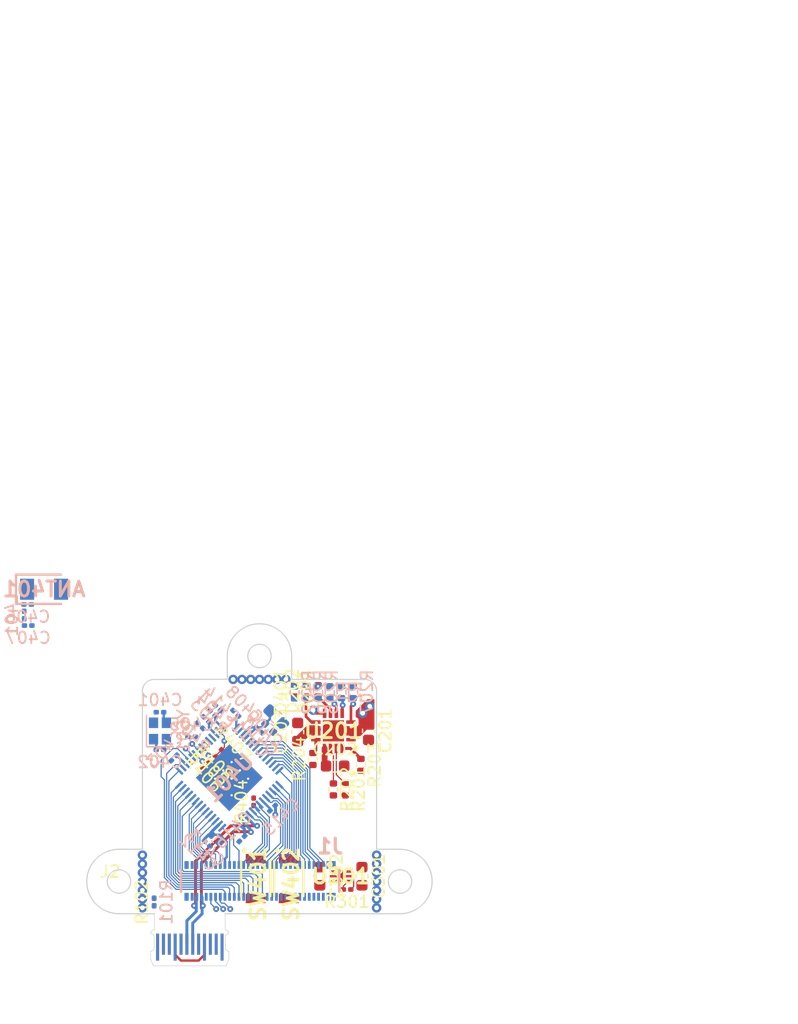
<source format=kicad_pcb>
(kicad_pcb (version 20221018) (generator pcbnew)
  (layers (0 "F.Cu" signal) (1 "In1.Cu" power) (2 "In2.Cu" mixed) (3 "In3.Cu" mixed) (4 "In4.Cu" power) (31 "B.Cu" signal) (34 "B.Paste" user) (35 "F.Paste" user) (36 "B.SilkS" user "B.Silkscreen") (37 "F.SilkS" user "F.Silkscreen") (38 "B.Mask" user) (39 "F.Mask" user) (44 "Edge.Cuts" user))
  (net 0 "")
  (net 1 "Net-(ANT401-A)")
  (net 2 "/VBAT")
  (net 3 "GND")
  (net 4 "VBUS")
  (net 5 "/VSYS")
  (net 7 "+3V3")
  (net 8 "Net-(C401-Pad1)")
  (net 9 "Net-(U401-XTAL_N)")
  (net 10 "/400_ESP32/LNA_IN")
  (net 11 "SPI6")
  (net 12 "/400_ESP32/EN")
  (net 13 "/200_1S_Charger/BQ_PGOOD")
  (net 14 "/200_1S_Charger/LED_PG")
  (net 15 "/200_1S_Charger/BQ_CHG")
  (net 16 "/200_1S_Charger/LED_CHG")
  (net 17 "/400_ESP32/LED_NET")
  (net 18 "/100_Connectors/CC1")
  (net 19 "/100_Connectors/D+")
  (net 20 "/100_Connectors/D-")
  (net 21 "/100_Connectors/CC2")
  (net 22 "/100_Connectors/RX0")
  (net 23 "IO0")
  (net 24 "/100_Connectors/TX0")
  (net 25 "IO1")
  (net 26 "SPI0")
  (net 27 "IO2")
  (net 28 "SPI1")
  (net 29 "IO3")
  (net 30 "SPI2")
  (net 31 "IO4")
  (net 32 "SPI3")
  (net 33 "IO5")
  (net 34 "SPI4")
  (net 35 "IO6")
  (net 36 "SPI5")
  (net 37 "IO7")
  (net 38 "SPI7")
  (net 39 "IO8")
  (net 40 "/100_Connectors/BATTERY_TEMP")
  (net 41 "IO9")
  (net 42 "IO10")
  (net 43 "IO11")
  (net 44 "IO34")
  (net 45 "IO12")
  (net 46 "IO35")
  (net 47 "IO13")
  (net 48 "IO36")
  (net 49 "IO14")
  (net 50 "IO37")
  (net 51 "IO15")
  (net 52 "IO38")
  (net 53 "IO16")
  (net 54 "IO39")
  (net 55 "IO17")
  (net 56 "IO40")
  (net 57 "IO18")
  (net 58 "IO41")
  (net 59 "IO21")
  (net 60 "IO42")
  (net 61 "IO33")
  (net 62 "/200_1S_Charger/SYSOFF")
  (net 63 "/200_1S_Charger/TMR")
  (net 64 "/200_1S_Charger/ISET")
  (net 65 "/200_1S_Charger/ILIM")
  (net 66 "/200_1S_Charger/BQ_CE")
  (net 67 "/300_Power/PRIM_LDO_EN")
  (net 68 "Net-(U401-XTAL_P)")
  (net 69 "/400_ESP32/IO46")
  (net 70 "/400_ESP32/IO45")
  (net 73 "/200_1S_Charger/EN1")
  (net 74 "/200_1S_Charger/EN2")
  (footprint "Resistor_SMD:R_0201_0603Metric" (layer "F.Cu") (at 132.463622 95.774282 135)
    (fp_text reference "R405")
    (fp_text value "nu")
  )
  (footprint "Resistor_SMD:R_0402_1005Metric" (layer "F.Cu") (at 143.31 98.390001 -90)
    (fp_text reference "R201")
    (fp_text value "0")
  )
  (footprint "Capacitor_SMD:C_0603_1608Metric" (layer "F.Cu") (at 141.15 105.8 -90)
    (fp_text reference "C302")
    (fp_text value "2u2")
  )
  (footprint "Component_lib:QFN50P300X300X100-17N-D" (layer "F.Cu") (at 142.31 93.39 180)
    (fp_text reference "U201")
    (fp_text value "BQ24075RGTR" hide)
  )
  (footprint "Capacitor_SMD:C_0603_1608Metric" (layer "F.Cu") (at 145.31 93.39 -90)
    (fp_text reference "C201")
    (fp_text value "4u7")
  )
  (footprint "Capacitor_SMD:C_0603_1608Metric" (layer "F.Cu") (at 142.46 96.39)
    (fp_text reference "C202")
    (fp_text value "1u")
  )
  (footprint "Resistor_SMD:R_0201_0603Metric" (layer "F.Cu") (at 127 108 90)
    (fp_text reference "R102")
    (fp_text value "5.1k")
  )
  (footprint "Component_lib:SON40P120X120X60-7N-D" (layer "F.Cu") (at 142.95 105.8)
    (fp_text reference "U301")
    (fp_text value "MIC5528-3.3YMT-T5" hide)
  )
  (footprint "Resistor_SMD:R_0402_1005Metric" (layer "F.Cu") (at 140.56 95.79 90)
    (fp_text reference "R204")
    (fp_text value "1k1")
  )
  (footprint "LED_SMD:LED_0402_1005Metric" (layer "F.Cu") (at 139 90 90)
    (fp_text reference "D401")
    (fp_text value "LED")
  )
  (footprint "LED_SMD:LED_0402_1005Metric" (layer "F.Cu") (at 141 90 90)
    (fp_text reference "D201")
    (fp_text value "LED")
  )
  (footprint "Capacitor_SMD:C_0603_1608Metric" (layer "F.Cu") (at 144.749999 105.8 -90)
    (fp_text reference "C301")
    (fp_text value "2u2")
  )
  (footprint "Resistor_SMD:R_0201_0603Metric" (layer "F.Cu") (at 131.402962 96.834942 -45)
    (fp_text reference "R408")
    (fp_text value "nu")
  )
  (footprint "Resistor_SMD:R_0201_0603Metric" (layer "F.Cu") (at 135.5 99.45 90)
    (fp_text reference "R404")
    (fp_text value "10k")
  )
  (footprint "Component_lib:usb-c-pcb" (layer "F.Cu") (at 130.046853 109 180)
    (fp_text reference "J2")
    (fp_text value "Bare PCB USB C")
    (fp_line (start -3.34 -3.85) (end -3.34 -3.2) (stroke (width 0.05)) (layer "Edge.Cuts"))
    (fp_line (start -3.11 -4.45) (end -3.34 -3.85) (stroke (width 0.05)) (layer "Edge.Cuts"))
    (fp_line (start -3.095 -4.45) (end 3.095 -4.45) (stroke (width 0.05)) (layer "Edge.Cuts"))
    (fp_line (start -3.04 -2.9) (end -3.04 -2) (stroke (width 0.05)) (layer "Edge.Cuts"))
    (fp_line (start -3.02 -1.38) (end -3.02 0) (stroke (width 0.05)) (layer "Edge.Cuts"))
    (fp_line (start 3.02 -1.38) (end 3.02 0) (stroke (width 0.05)) (layer "Edge.Cuts"))
    (fp_line (start 3.04 -2.9) (end 3.04 -1.99) (stroke (width 0.05)) (layer "Edge.Cuts"))
    (fp_line (start 3.1 -4.45) (end 3.35 -3.85) (stroke (width 0.05)) (layer "Edge.Cuts"))
    (fp_line (start 3.35 -3.85) (end 3.35 -3.2) (stroke (width 0.05)) (layer "Edge.Cuts"))
    (fp_arc (start -3.34 -3.2) (mid -3.127868 -3.112132) (end -3.04 -2.9) (stroke (width 0.05)) (layer "Edge.Cuts"))
    (fp_arc (start -3.04 -2) (mid -3.127868 -1.787868) (end -3.34 -1.7) (stroke (width 0.05)) (layer "Edge.Cuts"))
    (fp_arc (start -3.02 -1.38) (mid -3.246274 -1.473726) (end -3.34 -1.7) (stroke (width 0.05)) (layer "Edge.Cuts"))
    (fp_arc (start 3.039833 -2.900048) (mid 3.131333 -3.115773) (end 3.35 -3.2) (stroke (width 0.05)) (layer "Edge.Cuts"))
    (fp_arc (start 3.34 -1.7) (mid 3.246274 -1.473726) (end 3.02 -1.38) (stroke (width 0.05)) (layer "Edge.Cuts"))
    (fp_arc (start 3.34 -1.7) (mid 3.127868 -1.787868) (end 3.04 -2) (stroke (width 0.05)) (layer "Edge.Cuts"))
  )
  (footprint "Resistor_SMD:R_0201_0603Metric" (layer "F.Cu") (at 143.477207 106.931371 180)
    (fp_text reference "R301")
    (fp_text value "0k")
  )
  (footprint "Resistor_SMD:R_0201_0603Metric" (layer "F.Cu") (at 131.933292 96.304612 135)
    (fp_text reference "R406")
    (fp_text value "nu")
  )
  (footprint "Component_lib:B3U-1000P" (layer "F.Cu") (at 135.674711 106 90)
    (fp_text reference "SW401")
    (fp_text value "SW_Push" hide)
  )
  (footprint "Component_lib:B3U-1000P" (layer "F.Cu") (at 138.5 106 90)
    (fp_text reference "SW402")
    (fp_text value "SW_Push" hide)
  )
  (footprint "Resistor_SMD:R_0201_0603Metric" (layer "F.Cu") (at 132.993952 95.243952 -45)
    (fp_text reference "R407")
    (fp_text value "nu")
  )
  (footprint "LED_SMD:LED_0402_1005Metric" (layer "F.Cu") (at 140 90 90)
    (fp_text reference "D202")
    (fp_text value "LED")
  )
  (footprint "Resistor_SMD:R_0402_1005Metric" (layer "F.Cu") (at 142.31 98.39 -90)
    (fp_text reference "R202")
    (fp_text value "36k5")
  )
  (footprint "Capacitor_SMD:C_0603_1608Metric" (layer "F.Cu") (at 139.26 93.49 90)
    (fp_text reference "C203")
    (fp_text value "4u7")
  )
  (footprint "Resistor_SMD:R_0402_1005Metric" (layer "F.Cu") (at 144.66 96.29 -90)
    (fp_text reference "R203")
    (fp_text value "590")
  )
  (footprint "Resistor_SMD:R_0402_1005Metric" (layer "B.Cu") (at 144 90.09 90)
    (fp_text reference "R207")
    (fp_text value "100k")
  )
  (footprint "Capacitor_SMD:C_0201_0603Metric" (layer "B.Cu") (at 131.991996 91.889558 135)
    (fp_text reference "C414")
    (fp_text value "100n")
  )
  (footprint "Capacitor_SMD:C_0201_0603Metric" (layer "B.Cu") (at 137.116295 99.983705 45)
    (fp_text reference "C415")
    (fp_text value "100n")
  )
  (footprint "Resistor_SMD:R_0402_1005Metric" (layer "B.Cu") (at 141 90.094999 90)
    (fp_text reference "R205")
    (fp_text value "1k5")
  )
  (footprint "Capacitor_SMD:C_0201_0603Metric" (layer "B.Cu") (at 127.5 95)
    (fp_text reference "C402")
    (fp_text value "15p")
  )
  (footprint "Capacitor_SMD:C_0201_0603Metric" (layer "B.Cu") (at 130.2 93.9 180)
    (fp_text reference "C405")
    (fp_text value "100n")
  )
  (footprint "Resistor_SMD:R_0402_1005Metric" (layer "B.Cu") (at 140 90.094999 90)
    (fp_text reference "R206")
    (fp_text value "1k5")
  )
  (footprint "Capacitor_SMD:C_0201_0603Metric" (layer "B.Cu") (at 131.456893 92.424661 135)
    (fp_text reference "C404")
    (fp_text value "100n")
  )
  (footprint "Inductor_SMD:L_0201_0603Metric" (layer "B.Cu") (at 115.9 83.5 -90)
    (fp_text reference "L401")
    (fp_text value "L")
  )
  (footprint "Capacitor_SMD:C_0201_0603Metric" (layer "B.Cu") (at 134.5 102.6 -135)
    (fp_text reference "C416")
    (fp_text value "100n")
  )
  (footprint "Component_lib:Crystal_SMD_2016-4Pin_2.0x1.6mm" (layer "B.Cu") (at 127.5 93.4 90)
    (fp_text reference "Y601")
    (fp_text value "Crystal_GND24_Small")
  )
  (footprint "Resistor_SMD:R_0402_1005Metric" (layer "B.Cu") (at 143 90.09 90)
    (fp_text reference "R2")
    (fp_text value "R")
  )
  (footprint "Capacitor_SMD:C_0201_0603Metric" (layer "B.Cu") (at 135.974481 93.325343 -45)
    (fp_text reference "C411")
    (fp_text value "100n")
  )
  (footprint "Capacitor_SMD:C_0201_0603Metric" (layer "B.Cu") (at 131.532377 103.02649 -45)
    (fp_text reference "C412")
    (fp_text value "100n")
  )
  (footprint "Capacitor_SMD:C_0201_0603Metric" (layer "B.Cu") (at 116.2 82.6)
    (fp_text reference "C406")
    (fp_text value "C")
  )
  (footprint "Capacitor_SMD:C_0603_1608Metric" (layer "B.Cu") (at 137.432791 92.225431 -45)
    (fp_text reference "C409")
    (fp_text value "10u")
  )
  (footprint "Capacitor_SMD:C_0201_0603Metric" (layer "B.Cu") (at 116.245 84.4)
    (fp_text reference "C407")
    (fp_text value "C")
  )
  (footprint "Capacitor_SMD:C_0201_0603Metric" (layer "B.Cu") (at 127.5 91.8 180)
    (fp_text reference "C401")
    (fp_text value "15p")
  )
  (footprint "Capacitor_SMD:C_0402_1005Metric" (layer "B.Cu") (at 132.239484 102.602226 -45)
    (fp_text reference "C413")
    (fp_text value "1u")
  )
  (footprint "Resistor_SMD:R_0201_0603Metric" (layer "B.Cu") (at 127 108 90)
    (fp_text reference "R101")
    (fp_text value "5.1k")
  )
  (footprint "Component_lib:DF40C-60DP-0.4V(51)" (layer "B.Cu") (at 136.046853 106.2 180)
    (fp_text reference "J1")
    (fp_text value "DF40C-60DP-0.4V(51)" hide)
  )
  (footprint "Component_lib:QFN40P700X700X90-57N-D" (layer "B.Cu") (at 133.417537 97.389213 -135)
    (fp_text reference "U401")
    (fp_text value "ESP32-S2FH4" hide)
  )
  (footprint "Resistor_SMD:R_0402_1005Metric" (layer "B.Cu") (at 139 90.11 90)
    (fp_text reference "R402")
    (fp_text value "2k")
  )
  (footprint "Component_lib:DF40C-60DP-0.4V(51)" (layer "B.Cu") (at 136.046853 106.2 180)
    (fp_text reference "J1")
    (fp_text value "DF40C-60DP-0.4V(51)" hide)
  )
  (footprint "Capacitor_SMD:C_0402_1005Metric" (layer "B.Cu") (at 136.827297 93.122135 -45)
    (fp_text reference "C410")
    (fp_text value "1u")
  )
  (footprint "Resistor_SMD:R_0402_1005Metric" (layer "B.Cu") (at 142 90.09 90)
    (fp_text reference "R1")
    (fp_text value "R")
  )
  (footprint "Resistor_SMD:R_0201_0603Metric" (layer "B.Cu") (at 130.931336 92.950218 -45)
    (fp_text reference "R401")
    (fp_text value "0")
  )
  (footprint "Resistor_SMD:R_0201_0603Metric" (layer "B.Cu") (at 132.451616 91.429939 -45)
    (fp_text reference "R403")
    (fp_text value "10k")
  )
  (footprint "Capacitor_SMD:C_0201_0603Metric" (layer "B.Cu") (at 128.694456 95.7 -135)
    (fp_text reference "C403")
    (fp_text value "100n")
  )
  (footprint "Component_lib:ANTC3216X140N" (layer "B.Cu") (at 117.6 81.3)
    (fp_text reference "ANT401")
    (fp_text value "2450AT18A100E" hide)
  )
  (footprint "Capacitor_SMD:C_0201_0603Metric" (layer "B.Cu") (at 133.96967 91.887333 135)
    (fp_text reference "C408")
    (fp_text value "100n")
  )
  (gr_line (start 124 109) (end 125.99 109) (stroke (width 0.1)) (layer "Edge.Cuts"))
  (gr_line (start 138.75 87) (end 138.75 89) (stroke (width 0.1)) (layer "Edge.Cuts"))
  (gr_line (start 145 89) (end 138.75 89) (stroke (width 0.1)) (layer "Edge.Cuts"))
  (gr_line (start 124 103.5) (end 126 103.5) (stroke (width 0.1)) (layer "Edge.Cuts"))
  (gr_arc (start 145 89) (mid 145.707107 89.292893) (end 146 90) (stroke (width 0.1)) (layer "Edge.Cuts"))
  (gr_arc (start 147.989999 103.5) (mid 150.74 106.25) (end 147.99 109) (stroke (width 0.1)) (layer "Edge.Cuts"))
  (gr_line (start 147.989999 103.5) (end 146 103.5) (stroke (width 0.1)) (layer "Edge.Cuts"))
  (gr_line (start 133.25 88.99) (end 127 89) (stroke (width 0.1)) (layer "Edge.Cuts"))
  (gr_arc (start 133.25 87.000001) (mid 136 84.25) (end 138.75 87) (stroke (width 0.1)) (layer "Edge.Cuts"))
  (gr_line (start 133.25 87.000001) (end 133.25 88.99) (stroke (width 0.1)) (layer "Edge.Cuts"))
  (gr_line (start 146 90) (end 146 103.5) (stroke (width 0.1)) (layer "Edge.Cuts"))
  (gr_line (start 126 103.5) (end 126 90) (stroke (width 0.1)) (layer "Edge.Cuts"))
  (gr_arc (start 124 109) (mid 121.25 106.25) (end 124 103.5) (stroke (width 0.1)) (layer "Edge.Cuts"))
  (gr_circle (center 148 106.25) (end 149 106.25) (stroke (width 0.1)) (fill none) (layer "Edge.Cuts"))
  (gr_line (start 127.026853 109) (end 125.99 109) (stroke (width 0.1)) (layer "Edge.Cuts"))
  (gr_line (start 145.99 109) (end 133.066853 109) (stroke (width 0.1)) (layer "Edge.Cuts"))
  (gr_line (start 147.99 109) (end 145.99 109) (stroke (width 0.1)) (layer "Edge.Cuts"))
  (gr_arc (start 126 90) (mid 126.292893 89.292893) (end 127 89) (stroke (width 0.1)) (layer "Edge.Cuts"))
  (gr_circle (center 136 87) (end 137 87) (stroke (width 0.1)) (fill none) (layer "Edge.Cuts"))
  (gr_circle (center 124 106.25) (end 125 106.25) (stroke (width 0.1)) (fill none) (layer "Edge.Cuts"))
  (via (at 126 107.75) (size 0.8) (drill 0.4) (layers "F.Cu" "B.Cu") (net 0))
  (via (at 146 106.25) (size 0.8) (drill 0.4) (layers "F.Cu" "B.Cu") (net 0))
  (via (at 135.25 89) (size 0.8) (drill 0.4) (layers "F.Cu" "B.Cu") (net 0))
  (via (at 126 104) (size 0.8) (drill 0.4) (layers "F.Cu" "B.Cu") (net 0))
  (via (at 138.250001 89) (size 0.8) (drill 0.4) (layers "F.Cu" "B.Cu") (net 0))
  (via (at 146 105.5) (size 0.8) (drill 0.4) (layers "F.Cu" "B.Cu") (net 0))
  (via (at 133.75 89) (size 0.8) (drill 0.4) (layers "F.Cu" "B.Cu") (net 0))
  (via (at 146 107.75) (size 0.8) (drill 0.4) (layers "F.Cu" "B.Cu") (net 0))
  (via (at 146 108.5) (size 0.8) (drill 0.4) (layers "F.Cu" "B.Cu") (net 0))
  (via (at 146 104.75) (size 0.8) (drill 0.4) (layers "F.Cu" "B.Cu") (net 0))
  (via (at 126 105.5) (size 0.8) (drill 0.4) (layers "F.Cu" "B.Cu") (net 0))
  (via (at 146 104) (size 0.8) (drill 0.4) (layers "F.Cu" "B.Cu") (net 0))
  (via (at 137.499999 89) (size 0.8) (drill 0.4) (layers "F.Cu" "B.Cu") (net 0))
  (via (at 126 107) (size 0.8) (drill 0.4) (layers "F.Cu" "B.Cu") (net 0))
  (via (at 126 106.25) (size 0.8) (drill 0.4) (layers "F.Cu" "B.Cu") (net 0))
  (via (at 136.75 89) (size 0.8) (drill 0.4) (layers "F.Cu" "B.Cu") (net 0))
  (via (at 136 89) (size 0.8) (drill 0.4) (layers "F.Cu" "B.Cu") (net 0))
  (via (at 146 107) (size 0.8) (drill 0.4) (layers "F.Cu" "B.Cu") (net 0))
  (via (at 126 104.75) (size 0.8) (drill 0.4) (layers "F.Cu" "B.Cu") (net 0))
  (via (at 134.5 89) (size 0.8) (drill 0.4) (layers "F.Cu" "B.Cu") (net 0))
  (via (at 126 108.5) (size 0.8) (drill 0.4) (layers "F.Cu" "B.Cu") (net 0))
  (segment (start 145.31 92.615) (end 144.435 93.49) (width 0.75) (layer "F.Cu") (net 2))
  (segment (start 144.435 93.49) (end 143.86 93.49) (width 0.75) (layer "F.Cu") (net 2))
  (via (at 144.813147 91.89) (size 0.8) (drill 0.4) (layers "F.Cu" "B.Cu") (net 2))
  (via (at 145.413147 91.29) (size 0.8) (drill 0.4) (layers "F.Cu" "B.Cu") (net 2))
  (segment (start 140.836522 91.89) (end 140.573261 91.626739) (width 0.228) (layer "F.Cu") (net 3))
  (segment (start 141.56 91.89) (end 140.836522 91.89) (width 0.228) (layer "F.Cu") (net 3))
  (via (at 133.616116 98.88769) (size 0.5) (drill 0.2) (layers "F.Cu" "B.Cu") (net 3))
  (via (at 135.03033 97.473476) (size 0.5) (drill 0.2) (layers "F.Cu" "B.Cu") (net 3))
  (via (at 133.616116 96.059263) (size 0.5) (drill 0.2) (layers "F.Cu" "B.Cu") (net 3))
  (via (at 132.90901 98.180583) (size 0.5) (drill 0.2) (layers "F.Cu" "B.Cu") (net 3))
  (via (at 134.323223 96.76637) (size 0.5) (drill 0.2) (layers "F.Cu" "B.Cu") (net 3))
  (via (at 132.201903 97.473476) (size 0.5) (drill 0.2) (layers "F.Cu" "B.Cu") (net 3))
  (via (at 133.616116 97.473476) (size 0.5) (drill 0.2) (layers "F.Cu" "B.Cu") (net 3))
  (via (at 137.35 100.55) (size 0.5) (drill 0.2) (layers "F.Cu" "B.Cu") (net 3))
  (via (at 134.323223 98.180583) (size 0.5) (drill 0.2) (layers "F.Cu" "B.Cu") (net 3))
  (via (at 132.90901 96.76637) (size 0.5) (drill 0.2) (layers "F.Cu" "B.Cu") (net 3))
  (via (at 140.573261 91.626739) (size 0.8) (drill 0.4) (layers "F.Cu" "B.Cu") (net 3))
  (segment (start 137.367656 100.532344) (end 137.35 100.55) (width 0.25) (layer "B.Cu") (net 3))
  (segment (start 137.367656 99.782518) (end 137.367656 100.532344) (width 0.25) (layer "B.Cu") (net 3))
  (segment (start 137.342569 99.757431) (end 137.367656 99.782518) (width 0.25) (layer "B.Cu") (net 3))
  (segment (start 128.796853 112.505) (end 129.291853 113) (width 0.2) (layer "F.Cu") (net 4))
  (segment (start 131.296853 112.505) (end 131.296853 111.85) (width 0.2) (layer "F.Cu") (net 4))
  (segment (start 129.291853 113) (end 130.801853 113) (width 0.2) (layer "F.Cu") (net 4))
  (segment (start 128.796853 111.85) (end 128.796853 112.505) (width 0.2) (layer "F.Cu") (net 4))
  (segment (start 141.56 94.89) (end 141.56 96.265) (width 0.5) (layer "F.Cu") (net 4))
  (segment (start 130.801853 113) (end 131.296853 112.505) (width 0.2) (layer "F.Cu") (net 4))
  (segment (start 143.797207 106.931371) (end 144.039999 106.688579) (width 0.1) (layer "F.Cu") (net 5))
  (segment (start 144.039999 105.64201) (end 143.797989 105.4) (width 0.1) (layer "F.Cu") (net 5))
  (segment (start 144.039999 106.688579) (end 144.039999 105.64201) (width 0.1) (layer "F.Cu") (net 5))
  (segment (start 143.797989 105.4) (end 143.6 105.4) (width 0.1) (layer "F.Cu") (net 5))
  (segment (start 140.235 93.29) (end 140.86 93.29) (width 0.75) (layer "F.Cu") (net 5))
  (segment (start 139.26 94.265) (end 140.235 93.29) (width 0.75) (layer "F.Cu") (net 5))
  (segment (start 134.867106 93.959745) (end 134.887531 93.959745) (width 0.2) (layer "B.Cu") (net 7))
  (segment (start 134.726274 102.373726) (end 134.726274 101.80922) (width 0.25) (layer "B.Cu") (net 7))
  (segment (start 136.884783 92.385827) (end 136.487886 92.782724) (width 0.2) (layer "B.Cu") (net 7))
  (segment (start 134.887531 93.959745) (end 135.748207 93.099069) (width 0.2) (layer "B.Cu") (net 7))
  (segment (start 134.018578 93.111217) (end 134.018578 92.290973) (width 0.2) (layer "B.Cu") (net 7))
  (segment (start 136.890021 100.209979) (end 136.890021 100.013169) (width 0.2) (layer "B.Cu") (net 7))
  (segment (start 136.890021 100.013169) (end 136.281319 99.404467) (width 0.2) (layer "B.Cu") (net 7))
  (segment (start 129.669491 96.222487) (end 128.92073 95.473726) (width 0.2) (layer "B.Cu") (net 7))
  (segment (start 134.018578 92.290973) (end 134.195944 92.113607) (width 0.2) (layer "B.Cu") (net 7))
  (segment (start 136.884783 91.677423) (end 136.884783 92.385827) (width 0.2) (layer "B.Cu") (net 7))
  (segment (start 129.705226 96.222487) (end 129.705226 96.197868) (width 0.2) (layer "B.Cu") (net 7))
  (segment (start 129.705226 96.222487) (end 129.669491 96.222487) (width 0.2) (layer "B.Cu") (net 7))
  (segment (start 135.748207 93.099069) (end 135.162096 93.099069) (width 0.2) (layer "B.Cu") (net 7))
  (segment (start 131.683167 93.109258) (end 132.250811 93.676902) (width 0.2) (layer "B.Cu") (net 7))
  (segment (start 131.683167 92.650935) (end 131.683167 93.109258) (width 0.2) (layer "B.Cu") (net 7))
  (segment (start 135.748207 93.099069) (end 136.171541 93.099069) (width 0.2) (layer "B.Cu") (net 7))
  (segment (start 135.162096 93.099069) (end 134.584263 93.676902) (width 0.2) (layer "B.Cu") (net 7))
  (segment (start 134.726274 101.80922) (end 134.30142 101.384367) (width 0.25) (layer "B.Cu") (net 7))
  (segment (start 136.171541 93.099069) (end 136.487886 92.782724) (width 0.2) (layer "B.Cu") (net 7))
  (segment (start 128.049999 92.7) (end 127.82 92.470001) (width 0.2) (layer "B.Cu") (net 8))
  (segment (start 127.82 92.470001) (end 127.82 91.8) (width 0.2) (layer "B.Cu") (net 8))
  (segment (start 127.18 94.33) (end 127.18 95) (width 0.2) (layer "B.Cu") (net 9))
  (segment (start 133.046853 104.315) (end 133.046853 104.845) (width 0.2) (layer "B.Cu") (net 11))
  (segment (start 132.533653 101.384367) (end 132.111591 101.806429) (width 0.25) (layer "B.Cu") (net 11))
  (segment (start 132.533654 101.384366) (end 131.900073 102.017947) (width 0.2) (layer "B.Cu") (net 11))
  (segment (start 131.91906 102.281802) (end 131.636217 102.281802) (width 0.25) (layer "B.Cu") (net 11))
  (segment (start 132.533654 101.384366) (end 132.111591 101.806429) (width 0.2) (layer "B.Cu") (net 11))
  (segment (start 131.900073 102.017947) (end 131.900073 102.262815) (width 0.2) (layer "B.Cu") (net 11))
  (segment (start 131.636217 102.281802) (end 131.306103 102.611917) (width 0.25) (layer "B.Cu") (net 11))
  (segment (start 132.607179 102.262815) (end 133.2 102.855636) (width 0.2) (layer "B.Cu") (net 11))
  (segment (start 131.91906 101.99896) (end 131.91906 102.281802) (width 0.25) (layer "B.Cu") (net 11))
  (segment (start 133.2 104.161853) (end 133.046853 104.315) (width 0.2) (layer "B.Cu") (net 11))
  (segment (start 131.900073 102.262815) (end 132.607179 102.262815) (width 0.2) (layer "B.Cu") (net 11))
  (segment (start 133.2 102.855636) (end 133.2 104.161853) (width 0.2) (layer "B.Cu") (net 11))
  (segment (start 131.900072 102.017948) (end 132.533653 101.384367) (width 0.25) (layer "B.Cu") (net 11))
  (segment (start 132.111591 101.806429) (end 131.91906 101.99896) (width 0.25) (layer "B.Cu") (net 11))
  (segment (start 132.677889 91.656213) (end 132.21827 92.115832) (width 0.2) (layer "B.Cu") (net 12))
  (segment (start 132.67789 91.656213) (end 132.677889 91.656213) (width 0.2) (layer "B.Cu") (net 12))
  (segment (start 132.21827 92.115832) (end 132.21827 92.512991) (width 0.2) (layer "B.Cu") (net 12))
  (segment (start 132.21827 92.512991) (end 132.816496 93.111217) (width 0.2) (layer "B.Cu") (net 12))
  (segment (start 141 90.485) (end 142.06 91.545) (width 0.228) (layer "F.Cu") (net 13))
  (segment (start 142.06 91.545) (end 142.06 91.89) (width 0.228) (layer "F.Cu") (net 13))
  (segment (start 141 89.515) (end 141 89.584999) (width 0.228) (layer "F.Cu") (net 14))
  (via (at 141 89.584999) (size 0.5) (drill 0.2) (layers "F.Cu" "B.Cu") (net 14))
  (segment (start 140 90.485) (end 139.969261 90.515739) (width 0.228) (layer "F.Cu") (net 15))
  (segment (start 139.969261 92.169261) (end 140.44 92.64) (width 0.228) (layer "F.Cu") (net 15))
  (segment (start 140.44 92.64) (end 140.81 92.64) (width 0.228) (layer "F.Cu") (net 15))
  (segment (start 139.969261 90.515739) (end 139.969261 92.169261) (width 0.228) (layer "F.Cu") (net 15))
  (segment (start 140 89.515) (end 140 89.584999) (width 0.228) (layer "F.Cu") (net 16))
  (via (at 140 89.584999) (size 0.5) (drill 0.2) (layers "F.Cu" "B.Cu") (net 16))
  (segment (start 139 89.515) (end 139 89.6) (width 0.228) (layer "F.Cu") (net 17))
  (via (at 139 89.6) (size 0.5) (drill 0.2) (layers "F.Cu" "B.Cu") (net 17))
  (segment (start 135.235578 102.000328) (end 133.753226 102.000328) (width 0.25) (layer "F.Cu") (net 19))
  (segment (start 131.035439 104.718115) (end 131.035439 108.189561) (width 0.25) (layer "F.Cu") (net 19))
  (segment (start 131.035439 108.189561) (end 131.160439 108.314561) (width 0.25) (layer "F.Cu") (net 19))
  (segment (start 133.753226 102.000328) (end 131.035439 104.718115) (width 0.25) (layer "F.Cu") (net 19))
  (segment (start 135.26591 102.03066) (end 135.235578 102.000328) (width 0.25) (layer "F.Cu") (net 19))
  (via (at 131.160439 108.314561) (size 0.5) (drill 0.2) (layers "F.Cu" "B.Cu") (net 19))
  (via (at 135.26591 102.03066) (size 0.5) (drill 0.2) (layers "F.Cu" "B.Cu") (net 19))
  (segment (start 131.096853 107.605) (end 131.096853 109.006701) (width 0.25) (layer "B.Cu") (net 19))
  (segment (start 131.096853 109.006701) (end 130.296853 109.806701) (width 0.25) (layer "B.Cu") (net 19))
  (segment (start 131.035439 108.439561) (end 131.035439 108.524636) (width 0.25) (layer "B.Cu") (net 19))
  (segment (start 134.584263 101.101524) (end 134.584263 101.172235) (width 0.25) (layer "B.Cu") (net 19))
  (segment (start 130.296853 109.806701) (end 130.296853 111.6) (width 0.25) (layer "B.Cu") (net 19))
  (segment (start 131.160439 108.314561) (end 131.035439 108.439561) (width 0.25) (layer "B.Cu") (net 19))
  (segment (start 134.584263 101.172235) (end 135.26591 101.853882) (width 0.25) (layer "B.Cu") (net 19))
  (segment (start 135.26591 101.853882) (end 135.26591 102.03066) (width 0.25) (layer "B.Cu") (net 19))
  (segment (start 131.046853 107.555) (end 131.096853 107.605) (width 0.25) (layer "B.Cu") (net 19))
  (segment (start 130.535439 104.511007) (end 130.535439 108.189561) (width 0.25) (layer "F.Cu") (net 20))
  (segment (start 133.546118 101.500328) (end 130.535439 104.511007) (width 0.25) (layer "F.Cu") (net 20))
  (segment (start 135.796242 101.500328) (end 133.546118 101.500328) (width 0.25) (layer "F.Cu") (net 20))
  (segment (start 130.535439 108.189561) (end 130.410439 108.314561) (width 0.25) (layer "F.Cu") (net 20))
  (via (at 130.410439 108.314561) (size 0.5) (drill 0.2) (layers "F.Cu" "B.Cu") (net 20))
  (via (at 135.796242 101.500328) (size 0.5) (drill 0.2) (layers "F.Cu" "B.Cu") (net 20))
  (segment (start 134.867106 100.818681) (end 134.937817 100.818681) (width 0.25) (layer "B.Cu") (net 20))
  (segment (start 130.596853 108.799593) (end 129.796853 109.599593) (width 0.25) (layer "B.Cu") (net 20))
  (segment (start 130.596853 107.605) (end 130.596853 108.799593) (width 0.25) (layer "B.Cu") (net 20))
  (segment (start 130.646853 107.555) (end 130.596853 107.605) (width 0.25) (layer "B.Cu") (net 20))
  (segment (start 130.535439 108.439561) (end 130.535439 108.524636) (width 0.25) (layer "B.Cu") (net 20))
  (segment (start 129.796853 109.599593) (end 129.796853 111.6) (width 0.25) (layer "B.Cu") (net 20))
  (segment (start 130.410439 108.314561) (end 130.535439 108.439561) (width 0.25) (layer "B.Cu") (net 20))
  (segment (start 134.937817 100.818681) (end 135.619464 101.500328) (width 0.25) (layer "B.Cu") (net 20))
  (segment (start 135.619464 101.500328) (end 135.796242 101.500328) (width 0.25) (layer "B.Cu") (net 20))
  (via (at 130.25 94.5) (size 0.5) (drill 0.2) (layers "F.Cu" "B.Cu") (net 22))
  (via (at 132.9 108.6) (size 0.5) (drill 0.2) (layers "F.Cu" "B.Cu") (net 22))
  (segment (start 130.836597 95.091116) (end 130.836597 95.086597) (width 0.1) (layer "B.Cu") (net 22))
  (segment (start 132.246853 107.555) (end 132.246853 107.946853) (width 0.1) (layer "B.Cu") (net 22))
  (segment (start 130.836597 95.086597) (end 130.25 94.5) (width 0.1) (layer "B.Cu") (net 22))
  (segment (start 132.246853 107.946853) (end 132.9 108.6) (width 0.1) (layer "B.Cu") (net 22))
  (via (at 133.5 108.6) (size 0.5) (drill 0.2) (layers "F.Cu" "B.Cu") (net 24))
  (via (at 131.112931 95.973402) (size 0.5) (drill 0.2) (layers "F.Cu" "B.Cu") (net 24))
  (segment (start 132.646853 107.555) (end 132.646853 107.985) (width 0.1) (layer "B.Cu") (net 24))
  (segment (start 133 108.1) (end 133.5 108.6) (width 0.1) (layer "B.Cu") (net 24))
  (segment (start 132.761853 108.1) (end 133 108.1) (width 0.1) (layer "B.Cu") (net 24))
  (segment (start 130.553755 95.373959) (end 130.553755 95.414226) (width 0.1) (layer "B.Cu") (net 24))
  (segment (start 130.553755 95.414226) (end 131.112931 95.973402) (width 0.1) (layer "B.Cu") (net 24))
  (segment (start 132.646853 107.985) (end 132.761853 108.1) (width 0.1) (layer "B.Cu") (net 24))
  (segment (start 141.446853 104.546853) (end 140.3 103.4) (width 0.1) (layer "B.Cu") (net 25))
  (segment (start 135.66118 94.297042) (end 135.432791 94.525431) (width 0.1) (layer "B.Cu") (net 25))
  (segment (start 137.997042 94.297042) (end 135.66118 94.297042) (width 0.1) (layer "B.Cu") (net 25))
  (segment (start 140.3 96.6) (end 137.997042 94.297042) (width 0.1) (layer "B.Cu") (net 25))
  (segment (start 141.446853 104.845) (end 141.446853 104.546853) (width 0.1) (layer "B.Cu") (net 25))
  (segment (start 140.3 103.4) (end 140.3 96.6) (width 0.1) (layer "B.Cu") (net 25))
  (segment (start 130 103.6) (end 130.646853 104.246853) (width 0.09) (layer "B.Cu") (net 26))
  (segment (start 130 100.523907) (end 130 103.6) (width 0.09) (layer "B.Cu") (net 26))
  (segment (start 130.836597 99.68731) (end 130 100.523907) (width 0.09) (layer "B.Cu") (net 26))
  (segment (start 130.646853 104.246853) (end 130.646853 104.845) (width 0.09) (layer "B.Cu") (net 26))
  (segment (start 137.979885 94.579885) (end 140.09 96.69) (width 0.1) (layer "B.Cu") (net 27))
  (segment (start 141.046853 104.446853) (end 141.046853 104.845) (width 0.1) (layer "B.Cu") (net 27))
  (segment (start 140.09 96.69) (end 140.09 97.45) (width 0.1) (layer "B.Cu") (net 27))
  (segment (start 140.1 97.46) (end 140.1 103.5) (width 0.1) (layer "B.Cu") (net 27))
  (segment (start 140.1 103.5) (end 141.046853 104.446853) (width 0.1) (layer "B.Cu") (net 27))
  (segment (start 135.715634 94.808273) (end 135.944022 94.579885) (width 0.1) (layer "B.Cu") (net 27))
  (segment (start 140.09 97.45) (end 140.1 97.46) (width 0.1) (layer "B.Cu") (net 27))
  (segment (start 135.944022 94.579885) (end 137.979885 94.579885) (width 0.1) (layer "B.Cu") (net 27))
  (segment (start 131.046853 104.845) (end 131.046853 104.365087) (width 0.09) (layer "B.Cu") (net 28))
  (segment (start 131.046853 104.365087) (end 130.188468 103.5067) (width 0.09) (layer "B.Cu") (net 28))
  (segment (start 130.188468 103.5067) (end 130.188469 100.901124) (width 0.09) (layer "B.Cu") (net 28))
  (segment (start 130.188469 100.901124) (end 131.11944 99.970153) (width 0.09) (layer "B.Cu") (net 28))
  (segment (start 139.9 103.7) (end 139.9 96.7813) (width 0.1) (layer "B.Cu") (net 29))
  (segment (start 140.646853 104.446853) (end 139.9 103.7) (width 0.1) (layer "B.Cu") (net 29))
  (segment (start 137.981428 94.862728) (end 136.226865 94.862728) (width 0.1) (layer "B.Cu") (net 29))
  (segment (start 136.226865 94.862728) (end 135.998477 95.091116) (width 0.1) (layer "B.Cu") (net 29))
  (segment (start 139.9 96.7813) (end 137.981428 94.862728) (width 0.1) (layer "B.Cu") (net 29))
  (segment (start 140.646853 104.845) (end 140.646853 104.446853) (width 0.1) (layer "B.Cu") (net 29))
  (segment (start 131.176324 104.239999) (end 131.4 104.239999) (width 0.09) (layer "B.Cu") (net 30))
  (segment (start 131.402283 100.252995) (end 130.368469 101.286809) (width 0.09) (layer "B.Cu") (net 30))
  (segment (start 131.4 104.239999) (end 131.446853 104.286852) (width 0.09) (layer "B.Cu") (net 30))
  (segment (start 130.368469 101.286809) (end 130.368468 103.432142) (width 0.09) (layer "B.Cu") (net 30))
  (segment (start 131.446853 104.286852) (end 131.446853 104.845) (width 0.09) (layer "B.Cu") (net 30))
  (segment (start 130.368468 103.432142) (end 131.176324 104.239999) (width 0.09) (layer "B.Cu") (net 30))
  (segment (start 139.71 103.81) (end 140.246853 104.346853) (width 0.1) (layer "B.Cu") (net 31))
  (segment (start 140.246853 104.346853) (end 140.246853 104.845) (width 0.1) (layer "B.Cu") (net 31))
  (segment (start 136.509708 95.14557) (end 137.94557 95.14557) (width 0.1) (layer "B.Cu") (net 31))
  (segment (start 139.71 96.86) (end 139.71 103.81) (width 0.1) (layer "B.Cu") (net 31))
  (segment (start 137.95 95.15) (end 138 95.15) (width 0.1) (layer "B.Cu") (net 31))
  (segment (start 136.281319 95.373959) (end 136.509708 95.14557) (width 0.1) (layer "B.Cu") (net 31))
  (segment (start 137.94557 95.14557) (end 137.95 95.15) (width 0.1) (layer "B.Cu") (net 31))
  (segment (start 138 95.15) (end 139.71 96.86) (width 0.1) (layer "B.Cu") (net 31))
  (segment (start 131.846853 104.206853) (end 131.7 104.06) (width 0.09) (layer "B.Cu") (net 32))
  (segment (start 130.548468 103.357584) (end 130.645442 103.454558) (width 0.09) (layer "B.Cu") (net 32))
  (segment (start 131.685125 100.535838) (end 130.548468 101.672495) (width 0.09) (layer "B.Cu") (net 32))
  (segment (start 131.090884 103.9) (end 131.250882 104.059998) (width 0.09) (layer "B.Cu") (net 32))
  (segment (start 130.548468 101.672495) (end 130.548468 103.357584) (width 0.09) (layer "B.Cu") (net 32))
  (segment (start 131.250883 104.059999) (end 131.7 104.06) (width 0.09) (layer "B.Cu") (net 32))
  (segment (start 131.846853 104.845) (end 131.846853 104.206853) (width 0.09) (layer "B.Cu") (net 32))
  (segment (start 130.645442 103.454558) (end 131.090884 103.9) (width 0.09) (layer "B.Cu") (net 32))
  (segment (start 131.250882 104.059998) (end 131.250883 104.059999) (width 0.09) (layer "B.Cu") (net 32))
  (segment (start 139.846853 104.845) (end 139.846853 104.326853) (width 0.1) (layer "B.Cu") (net 33))
  (segment (start 139.846853 104.326853) (end 139.52 104) (width 0.1) (layer "B.Cu") (net 33))
  (segment (start 137.997113 95.428413) (end 136.79255 95.428413) (width 0.1) (layer "B.Cu") (net 33))
  (segment (start 139.52 96.951299) (end 137.997113 95.428413) (width 0.1) (layer "B.Cu") (net 33))
  (segment (start 139.52 104) (end 139.52 96.951299) (width 0.1) (layer "B.Cu") (net 33))
  (segment (start 136.79255 95.428413) (end 136.564162 95.656801) (width 0.1) (layer "B.Cu") (net 33))
  (segment (start 130.728468 102.058181) (end 131.967968 100.818681) (width 0.09) (layer "B.Cu") (net 34))
  (segment (start 131.325441 103.879999) (end 130.728468 103.283026) (width 0.09) (layer "B.Cu") (net 34))
  (segment (start 132.246853 104.845) (end 132.246853 103.926853) (width 0.09) (layer "B.Cu") (net 34))
  (segment (start 130.728468 103.283026) (end 130.728468 102.058181) (width 0.09) (layer "B.Cu") (net 34))
  (segment (start 132.246853 103.926853) (end 132.2 103.88) (width 0.09) (layer "B.Cu") (net 34))
  (segment (start 132.2 103.88) (end 131.325441 103.879999) (width 0.09) (layer "B.Cu") (net 34))
  (segment (start 136.847005 95.939644) (end 137.075393 95.711256) (width 0.1) (layer "B.Cu") (net 35))
  (segment (start 139.33 97.03) (end 139.33 104.13) (width 0.1) (layer "B.Cu") (net 35))
  (segment (start 139.33 104.13) (end 139.446853 104.246853) (width 0.1) (layer "B.Cu") (net 35))
  (segment (start 139.446853 104.246853) (end 139.446853 104.845) (width 0.1) (layer "B.Cu") (net 35))
  (segment (start 138.011256 95.711256) (end 139.33 97.03) (width 0.1) (layer "B.Cu") (net 35))
  (segment (start 137.075393 95.711256) (end 138.011256 95.711256) (width 0.1) (layer "B.Cu") (net 35))
  (segment (start 132.646853 103.946853) (end 132.646853 104.845) (width 0.09) (layer "B.Cu") (net 36))
  (segment (start 130.908468 103.208468) (end 131.4 103.7) (width 0.09) (layer "B.Cu") (net 36))
  (segment (start 132.250811 101.101524) (end 130.908468 102.443867) (width 0.09) (layer "B.Cu") (net 36))
  (segment (start 131.4 103.7) (end 132.4 103.7) (width 0.09) (layer "B.Cu") (net 36))
  (segment (start 132.250811 101.101524) (end 132.250811 101.101523) (width 0.1) (layer "B.Cu") (net 36))
  (segment (start 132.4 103.7) (end 132.646853 103.946853) (width 0.09) (layer "B.Cu") (net 36))
  (segment (start 130.908468 102.443867) (end 130.908468 103.208468) (width 0.09) (layer "B.Cu") (net 36))
  (segment (start 137.129848 96.222487) (end 137.358236 95.994099) (width 0.1) (layer "B.Cu") (net 37))
  (segment (start 139.046853 104.25) (end 139.046853 104.845) (width 0.1) (layer "B.Cu") (net 37))
  (segment (start 139.14 97.14) (end 139.14 104.156853) (width 0.1) (layer "B.Cu") (net 37))
  (segment (start 137.994099 95.994099) (end 139.14 97.14) (width 0.1) (layer "B.Cu") (net 37))
  (segment (start 139.14 104.156853) (end 139.046853 104.25) (width 0.1) (layer "B.Cu") (net 37))
  (segment (start 137.358236 95.994099) (end 137.994099 95.994099) (width 0.1) (layer "B.Cu") (net 37))
  (segment (start 133.446853 102.297566) (end 133.446853 104.845) (width 0.1) (layer "B.Cu") (net 38))
  (segment (start 132.816496 101.667209) (end 133.446853 102.297566) (width 0.1) (layer "B.Cu") (net 38))
  (segment (start 138.95 97.243607) (end 138.95 103.996853) (width 0.1) (layer "B.Cu") (net 39))
  (segment (start 137.41269 96.50533) (end 137.641079 96.276941) (width 0.1) (layer "B.Cu") (net 39))
  (segment (start 137.983334 96.276941) (end 138.95 97.243607) (width 0.1) (layer "B.Cu") (net 39))
  (segment (start 137.641079 96.276941) (end 137.983334 96.276941) (width 0.1) (layer "B.Cu") (net 39))
  (segment (start 138.646853 104.3) (end 138.646853 104.845) (width 0.1) (layer "B.Cu") (net 39))
  (segment (start 138.95 103.996853) (end 138.646853 104.3) (width 0.1) (layer "B.Cu") (net 39))
  (segment (start 138.246853 104.845) (end 138.246853 104.303147) (width 0.1) (layer "B.Cu") (net 41))
  (segment (start 138.246853 104.303147) (end 138.76 103.79) (width 0.1) (layer "B.Cu") (net 41))
  (segment (start 138.76 97.852639) (end 137.695533 96.788172) (width 0.1) (layer "B.Cu") (net 41))
  (segment (start 138.76 103.79) (end 138.76 97.852639) (width 0.1) (layer "B.Cu") (net 41))
  (segment (start 138.57 103.7113) (end 137.846853 104.434447) (width 0.1) (layer "B.Cu") (net 42))
  (segment (start 137.695533 97.990254) (end 138.57 98.864721) (width 0.1) (layer "B.Cu") (net 42))
  (segment (start 137.846853 104.434447) (end 137.846853 104.845) (width 0.1) (layer "B.Cu") (net 42))
  (segment (start 138.57 98.864721) (end 138.57 103.7113) (width 0.1) (layer "B.Cu") (net 42))
  (segment (start 138.38 103.481853) (end 137.446853 104.415) (width 0.1) (layer "B.Cu") (net 43))
  (segment (start 137.446853 104.415) (end 137.446853 104.845) (width 0.1) (layer "B.Cu") (net 43))
  (segment (start 137.41269 98.273096) (end 138.38 99.240406) (width 0.1) (layer "B.Cu") (net 43))
  (segment (start 138.38 99.240406) (end 138.38 103.481853) (width 0.1) (layer "B.Cu") (net 43))
  (segment (start 129.21 100.182537) (end 130.270912 99.121625) (width 0.1) (layer "B.Cu") (net 44))
  (segment (start 135.846853 105.836853) (end 135.6 105.59) (width 0.1) (layer "B.Cu") (net 44))
  (segment (start 135.846853 107.555) (end 135.846853 105.836853) (width 0.1) (layer "B.Cu") (net 44))
  (segment (start 129.21 105.336847) (end 129.21 100.182537) (width 0.1) (layer "B.Cu") (net 44))
  (segment (start 129.463153 105.59) (end 129.21 105.336847) (width 0.1) (layer "B.Cu") (net 44))
  (segment (start 135.6 105.59) (end 129.463153 105.59) (width 0.1) (layer "B.Cu") (net 44))
  (segment (start 137.129848 98.555939) (end 137.255939 98.555939) (width 0.1) (layer "B.Cu") (net 45))
  (segment (start 137.255939 98.555939) (end 138.19 99.49) (width 0.1) (layer "B.Cu") (net 45))
  (segment (start 137.046853 104.5463) (end 137.046853 104.845) (width 0.1) (layer "B.Cu") (net 45))
  (segment (start 138.19 103.403153) (end 137.046853 104.5463) (width 0.1) (layer "B.Cu") (net 45))
  (segment (start 138.19 99.49) (end 138.19 103.403153) (width 0.1) (layer "B.Cu") (net 45))
  (segment (start 129.988069 98.838782) (end 129.02 99.806851) (width 0.1) (layer "B.Cu") (net 46))
  (segment (start 129.02 105.42) (end 129.38 105.78) (width 0.1) (layer "B.Cu") (net 46))
  (segment (start 135.446853 106.026853) (end 135.2 105.78) (width 0.1) (layer "B.Cu") (net 46))
  (segment (start 129.38 105.78) (end 135.2 105.78) (width 0.1) (layer "B.Cu") (net 46))
  (segment (start 135.446853 107.555) (end 135.446853 106.026853) (width 0.1) (layer "B.Cu") (net 46))
  (segment (start 129.02 99.806851) (end 129.02 105.42) (width 0.1) (layer "B.Cu") (net 46))
  (segment (start 136.646853 104.52) (end 136.646853 104.845) (width 0.1) (layer "B.Cu") (net 47))
  (segment (start 136.847005 98.838782) (end 137.173019 99.164796) (width 0.1) (layer "B.Cu") (net 47))
  (segment (start 137.173019 99.164796) (end 137.541894 99.164796) (width 0.1) (layer "B.Cu") (net 47))
  (segment (start 137.541894 99.164796) (end 138 99.622902) (width 0.1) (layer "B.Cu") (net 47))
  (segment (start 138 103.166853) (end 136.646853 104.52) (width 0.1) (layer "B.Cu") (net 47))
  (segment (start 138 99.622902) (end 138 103.166853) (width 0.1) (layer "B.Cu") (net 47))
  (segment (start 129.27 105.97) (end 128.83 105.53) (width 0.1) (layer "B.Cu") (net 48))
  (segment (start 134.8 105.97) (end 129.27 105.97) (width 0.1) (layer "B.Cu") (net 48))
  (segment (start 135.046853 107.555) (end 135.046853 106.216853) (width 0.1) (layer "B.Cu") (net 48))
  (segment (start 135.046853 106.216853) (end 134.8 105.97) (width 0.1) (layer "B.Cu") (net 48))
  (segment (start 129.705226 98.555939) (end 129.705226 98.552996) (width 0.2) (layer "B.Cu") (net 48))
  (segment (start 128.83 99.431165) (end 129.705226 98.555939) (width 0.1) (layer "B.Cu") (net 48))
  (segment (start 128.83 105.53) (end 128.83 99.431165) (width 0.1) (layer "B.Cu") (net 48))
  (segment (start 136.564162 99.121625) (end 136.942537 99.5) (width 0.1) (layer "B.Cu") (net 49))
  (segment (start 137.8 102.966853) (end 136.246853 104.52) (width 0.1) (layer "B.Cu") (net 49))
  (segment (start 137.463194 99.354796) (end 137.8 99.691602) (width 0.1) (layer "B.Cu") (net 49))
  (segment (start 137.195204 99.354796) (end 137.463194 99.354796) (width 0.1) (layer "B.Cu") (net 49))
  (segment (start 137.8 99.691602) (end 137.8 102.966853) (width 0.1) (layer "B.Cu") (net 49))
  (segment (start 136.246853 104.52) (end 136.246853 104.845) (width 0.1) (layer "B.Cu") (net 49))
  (segment (start 137.05 99.5) (end 137.195204 99.354796) (width 0.1) (layer "B.Cu") (net 49))
  (segment (start 136.942537 99.5) (end 137.05 99.5) (width 0.1) (layer "B.Cu") (net 49))
  (segment (start 134.646853 107.555) (end 134.646853 106.4) (width 0.1) (layer "B.Cu") (net 50))
  (segment (start 134.4 106.16) (end 129.191299 106.16) (width 0.1) (layer "B.Cu") (net 50))
  (segment (start 134.646853 106.4) (end 134.64 106.4) (width 0.1) (layer "B.Cu") (net 50))
  (segment (start 128.64 105.608701) (end 128.64 99.05548) (width 0.1) (layer "B.Cu") (net 50))
  (segment (start 128.64 99.05548) (end 129.422384 98.273096) (width 0.1) (layer "B.Cu") (net 50))
  (segment (start 129.191299 106.16) (end 128.64 105.608701) (width 0.1) (layer "B.Cu") (net 50))
  (segment (start 134.64 106.4) (end 134.4 106.16) (width 0.1) (layer "B.Cu") (net 50))
  (segment (start 135.998477 99.68731) (end 135.998477 99.913586) (width 0.1) (layer "B.Cu") (net 51))
  (segment (start 135.998477 99.913586) (end 136.84 100.755109) (width 0.1) (layer "B.Cu") (net 51))
  (segment (start 136.84 100.755109) (end 136.84 103.526853) (width 0.1) (layer "B.Cu") (net 51))
  (segment (start 136.84 103.526853) (end 135.846853 104.52) (width 0.1) (layer "B.Cu") (net 51))
  (segment (start 135.846853 104.52) (end 135.846853 104.845) (width 0.1) (layer "B.Cu") (net 51))
  (segment (start 128.45 98.679795) (end 129.139541 97.990254) (width 0.1) (layer "B.Cu") (net 52))
  (segment (start 134 106.35) (end 129.112599 106.35) (width 0.1) (layer "B.Cu") (net 52))
  (segment (start 129.112599 106.35) (end 128.45 105.687402) (width 0.1) (layer "B.Cu") (net 52))
  (segment (start 134.246853 107.555) (end 134.246853 106.596853) (width 0.1) (layer "B.Cu") (net 52))
  (segment (start 128.45 105.687402) (end 128.45 98.679795) (width 0.1) (layer "B.Cu") (net 52))
  (segment (start 134.246853 106.596853) (end 134 106.35) (width 0.1) (layer "B.Cu") (net 52))
  (segment (start 136.65 101.05) (end 136.65 103.211853) (width 0.1) (layer "B.Cu") (net 53))
  (segment (start 136.65 103.211853) (end 135.446853 104.415) (width 0.1) (layer "B.Cu") (net 53))
  (segment (start 135.446853 104.415) (end 135.446853 104.845) (width 0.1) (layer "B.Cu") (net 53))
  (segment (start 135.715634 99.970153) (end 135.715634 100.115634) (width 0.1) (layer "B.Cu") (net 53))
  (segment (start 135.715634 100.115634) (end 136.65 101.05) (width 0.1) (layer "B.Cu") (net 53))
  (segment (start 133.846853 106.786853) (end 133.6 106.54) (width 0.1) (layer "B.Cu") (net 54))
  (segment (start 129.033898 106.54) (end 128.26 105.766102) (width 0.1) (layer "B.Cu") (net 54))
  (segment (start 133.6 106.54) (end 129.033898 106.54) (width 0.1) (layer "B.Cu") (net 54))
  (segment (start 133.846853 107.555) (end 133.846853 106.786853) (width 0.1) (layer "B.Cu") (net 54))
  (segment (start 128.26 97.667713) (end 129.139541 96.788172) (width 0.1) (layer "B.Cu") (net 54))
  (segment (start 128.26 105.766102) (end 128.26 97.667713) (width 0.1) (layer "B.Cu") (net 54))
  (segment (start 135.432791 100.282791) (end 135.9 100.75) (width 0.1) (layer "B.Cu") (net 55))
  (segment (start 135.9 100.75) (end 136.05 100.75) (width 0.1) (layer "B.Cu") (net 55))
  (segment (start 136.44 101.14) (end 136.44 103.153153) (width 0.1) (layer "B.Cu") (net 55))
  (segment (start 135.432791 100.252995) (end 135.432791 100.282791) (width 0.1) (layer "B.Cu") (net 55))
  (segment (start 136.05 100.75) (end 136.44 101.14) (width 0.1) (layer "B.Cu") (net 55))
  (segment (start 135.046853 104.5463) (end 135.046853 104.845) (width 0.1) (layer "B.Cu") (net 55))
  (segment (start 136.44 103.153153) (end 135.046853 104.5463) (width 0.1) (layer "B.Cu") (net 55))
  (segment (start 129.193995 96.276941) (end 128.823059 96.276941) (width 0.1) (layer "B.Cu") (net 56))
  (segment (start 128.823059 96.276941) (end 128.07 97.03) (width 0.1) (layer "B.Cu") (net 56))
  (segment (start 128.07 97.03) (end 128.07 105.844802) (width 0.1) (layer "B.Cu") (net 56))
  (segment (start 133.3 106.73) (end 133.446853 106.876853) (width 0.1) (layer "B.Cu") (net 56))
  (segment (start 129.422384 96.50533) (end 129.193995 96.276941) (width 0.1) (layer "B.Cu") (net 56))
  (segment (start 128.07 105.844802) (end 128.955198 106.73) (width 0.1) (layer "B.Cu") (net 56))
  (segment (start 133.446853 106.876853) (end 133.446853 107.555) (width 0.1) (layer "B.Cu") (net 56))
  (segment (start 128.955198 106.73) (end 133.3 106.73) (width 0.1) (layer "B.Cu") (net 56))
  (segment (start 135.149949 100.535838) (end 135.614111 101) (width 0.1) (layer "B.Cu") (net 57))
  (segment (start 136 101) (end 136.25 101.25) (width 0.1) (layer "B.Cu") (net 57))
  (segment (start 136.25 101.25) (end 136.25 102.991853) (width 0.1) (layer "B.Cu") (net 57))
  (segment (start 135.614111 101) (end 136 101) (width 0.1) (layer "B.Cu") (net 57))
  (segment (start 134.646853 104.595) (end 134.646853 104.845) (width 0.1) (layer "B.Cu") (net 57))
  (segment (start 136.25 102.991853) (end 134.646853 104.595) (width 0.1) (layer "B.Cu") (net 57))
  (segment (start 129.988069 95.939644) (end 129.988069 95.888069) (width 0.1) (layer "B.Cu") (net 58))
  (segment (start 128.6 94.9) (end 127.6 95.9) (width 0.1) (layer "B.Cu") (net 58))
  (segment (start 128.876497 106.92) (end 132.841853 106.92) (width 0.1) (layer "B.Cu") (net 58))
  (segment (start 127.88 97.58) (end 127.88 105.923502) (width 0.1) (layer "B.Cu") (net 58))
  (segment (start 129 94.9) (end 128.6 94.9) (width 0.1) (layer "B.Cu") (net 58))
  (segment (start 127.6 95.9) (end 127.6 97.3) (width 0.1) (layer "B.Cu") (net 58))
  (segment (start 132.841853 106.92) (end 133.046853 107.125) (width 0.1) (layer "B.Cu") (net 58))
  (segment (start 129.988069 95.888069) (end 129 94.9) (width 0.1) (layer "B.Cu") (net 58))
  (segment (start 133.046853 107.125) (end 133.046853 107.555) (width 0.1) (layer "B.Cu") (net 58))
  (segment (start 127.6 97.3) (end 127.88 97.58) (width 0.1) (layer "B.Cu") (net 58))
  (segment (start 127.88 105.923502) (end 128.876497 106.92) (width 0.1) (layer "B.Cu") (net 58))
  (segment (start 134.018578 101.667209) (end 133.790189 101.895598) (width 0.1) (layer "B.Cu") (net 59))
  (segment (start 133.790189 103.150189) (end 134.246853 103.606853) (width 0.1) (layer "B.Cu") (net 59))
  (segment (start 134.246853 103.606853) (end 134.246853 104.845) (width 0.1) (layer "B.Cu") (net 59))
  (segment (start 133.790189 101.895598) (end 133.790189 103.150189) (width 0.1) (layer "B.Cu") (net 59))
  (via (at 132.3 108.6) (size 0.5) (drill 0.2) (layers "F.Cu" "B.Cu") (net 60))
  (via (at 129.7 94.9) (size 0.5) (drill 0.2) (layers "F.Cu" "B.Cu") (net 60))
  (segment (start 130.270912 95.470912) (end 129.7 94.9) (width 0.1) (layer "B.Cu") (net 60))
  (segment (start 131.846853 108.146853) (end 132.3 108.6) (width 0.1) (layer "B.Cu") (net 60))
  (segment (start 131.846853 107.555) (end 131.846853 108.146853) (width 0.1) (layer "B.Cu") (net 60))
  (segment (start 130.270912 95.656801) (end 130.270912 95.470912) (width 0.1) (layer "B.Cu") (net 60))
  (segment (start 130.270912 95.656801) (end 130.256801 95.656801) (width 0.1) (layer "B.Cu") (net 60))
  (segment (start 129.4 105.258147) (end 129.4 100.699643) (width 0.1) (layer "B.Cu") (net 61))
  (segment (start 129.541853 105.4) (end 129.4 105.258147) (width 0.1) (layer "B.Cu") (net 61))
  (segment (start 136.246853 107.555) (end 136.246853 105.646853) (width 0.1) (layer "B.Cu") (net 61))
  (segment (start 136.246853 105.646853) (end 136 105.4) (width 0.1) (layer "B.Cu") (net 61))
  (segment (start 129.4 100.699643) (end 130.553755 99.545888) (width 0.1) (layer "B.Cu") (net 61))
  (segment (start 136 105.4) (end 129.541853 105.4) (width 0.1) (layer "B.Cu") (net 61))
  (segment (start 130.553755 99.545888) (end 130.553755 99.404467) (width 0.1) (layer "B.Cu") (net 61))
  (segment (start 142.56 94.89) (end 142.56 97.130001) (width 0.1) (layer "F.Cu") (net 62))
  (segment (start 142.56 97.130001) (end 143.31 97.880001) (width 0.1) (layer "F.Cu") (net 62))
  (segment (start 142.31 97.88) (end 142.31 95.43) (width 0.1) (layer "F.Cu") (net 63))
  (segment (start 142.06 95.18) (end 142.06 94.89) (width 0.1) (layer "F.Cu") (net 63))
  (segment (start 142.31 95.43) (end 142.06 95.18) (width 0.1) (layer "F.Cu") (net 63))
  (segment (start 143.77 94.89) (end 144.66 95.78) (width 0.25) (layer "F.Cu") (net 64))
  (segment (start 143.06 94.89) (end 143.77 94.89) (width 0.25) (layer "F.Cu") (net 64))
  (segment (start 140.81 94.14) (end 140.81 95.03) (width 0.25) (layer "F.Cu") (net 65))
  (segment (start 140.81 95.03) (end 140.56 95.28) (width 0.25) (layer "F.Cu") (net 65))
  (segment (start 143.81 91.29) (end 144 91.1) (width 0.228) (layer "F.Cu") (net 66))
  (segment (start 143.81 92.64) (end 143.81 91.29) (width 0.228) (layer "F.Cu") (net 66))
  (via (at 144 91.1) (size 0.5) (drill 0.2) (layers "F.Cu" "B.Cu") (net 66))
  (segment (start 144 90.6) (end 144 91.1) (width 0.228) (layer "B.Cu") (net 66))
  (segment (start 143.6 106.2) (end 143.157207 106.642792) (width 0.1) (layer "F.Cu") (net 67))
  (segment (start 143.157207 106.642792) (end 143.157207 106.931371) (width 0.1) (layer "F.Cu") (net 67))
  (segment (start 133 94.785356) (end 132.767678 95.017678) (width 0.1) (layer "F.Cu") (net 69))
  (segment (start 133 94.25) (end 133 94.785356) (width 0.1) (layer "F.Cu") (net 69))
  (segment (start 132.237348 95.548008) (end 132.767678 95.017678) (width 0.1) (layer "F.Cu") (net 69))
  (via (at 133 94.25) (size 0.5) (drill 0.2) (layers "F.Cu" "B.Cu") (net 69))
  (segment (start 132.533654 93.39406) (end 133 93.860406) (width 0.1) (layer "B.Cu") (net 69))
  (segment (start 133 93.860406) (end 133 94.25) (width 0.1) (layer "B.Cu") (net 69))
  (segment (start 131.707018 96.078338) (end 131.176688 96.608668) (width 0.1) (layer "F.Cu") (net 70))
  (segment (start 131.707018 95.560968) (end 131.636701 95.490651) (width 0.1) (layer "F.Cu") (net 70))
  (segment (start 131.707018 96.078338) (end 131.707018 95.560968) (width 0.1) (layer "F.Cu") (net 70))
  (via (at 131.636701 95.490651) (size 0.5) (drill 0.2) (layers "F.Cu" "B.Cu") (net 70))
  (segment (start 131.636701 95.490651) (end 131.636701 95.325534) (width 0.1) (layer "B.Cu") (net 70))
  (segment (start 131.636701 95.325534) (end 131.11944 94.808273) (width 0.1) (layer "B.Cu") (net 70))
  (segment (start 142.56 91.89) (end 142.56 91.26) (width 0.228) (layer "F.Cu") (net 73))
  (segment (start 142.56 91.26) (end 142.4 91.1) (width 0.228) (layer "F.Cu") (net 73))
  (via (at 142.4 91.1) (size 0.5) (drill 0.2) (layers "F.Cu" "B.Cu") (net 73))
  (segment (start 142.4 91) (end 142 90.6) (width 0.228) (layer "B.Cu") (net 73))
  (segment (start 142.4 91.1) (end 142.4 91) (width 0.228) (layer "B.Cu") (net 73))
  (segment (start 143.06 91.24) (end 143.1 91.2) (width 0.228) (layer "F.Cu") (net 74))
  (segment (start 143.06 91.89) (end 143.06 91.24) (width 0.228) (layer "F.Cu") (net 74))
  (via (at 143.1 91.2) (size 0.5) (drill 0.2) (layers "F.Cu" "B.Cu") (net 74))
  (segment (start 143.1 91.2) (end 143.1 90.7) (width 0.228) (layer "B.Cu") (net 74))
  (segment (start 143.1 90.7) (end 143 90.6) (width 0.228) (layer "B.Cu") (net 74))
  (zone (net 2) (net_name "/VBAT") (layer "F.Cu") (priority 4) (connect_pads yes (clearance 0.25)) (min_thickness 0.1) (fill yes (thermal_gap 0.1) (thermal_bridge_width 0.1))
    (polygon (pts (xy 145.813147 90.69) (xy 145.213147 90.69) (xy 144.213147 91.69) (xy 144.213147 92.89) (xy 143.413147 92.89) (xy 143.413147 93.89) (xy 144.413147 93.89) (xy 145.013147 93.29) (xy 145.813147 93.29)))
  )
)
</source>
